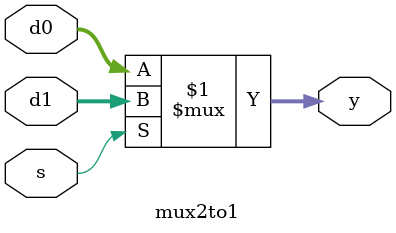
<source format=v>
`timescale 1ns / 1ps


module mux2to1(
    input [23:0] d0,
    input [23:0] d1,
    input s,
    output [23:0] y
    );
    
    assign y = s ? d1 : d0;
endmodule

</source>
